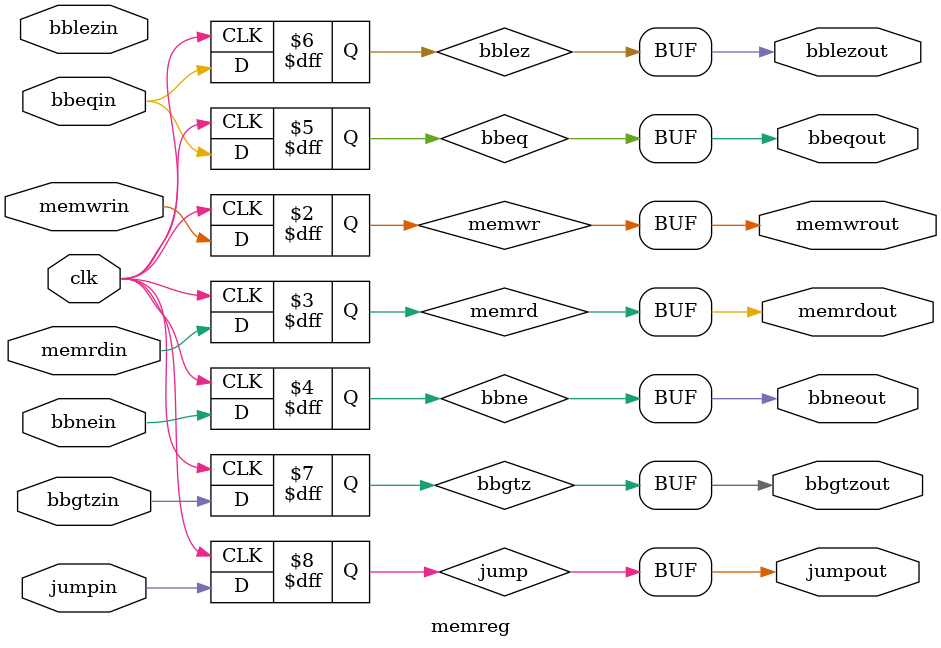
<source format=v>
/*
* File Name: memreg.v
* Function: This is a group of registers contain all control signals during
* MEMory access stage, namely MemWr, MemRd, BBne, BBeq, BBlez, BBgtz, Jump.
*/

module memreg ( input wire clk,
               input wire memwrin,
               input wire memrdin,
               input wire bbnein,
               input wire bbeqin,
               input wire bblezin,
               input wire bbgtzin,
               input wire jumpin,
               output wire memwrout,
               output wire memrdout,
               output wire bbneout,
               output wire bbeqout,
               output wire bblezout,
               output wire bbgtzout,
               output wire jumpout);

// internal registers
reg memwr, memrd, bbne, bbeq, bblez, bbgtz, jump;

// registers always output their contents
assign memwrout = memwr;
assign memrdout = memrd;
assign bbneout = bbne;
assign bbeqout = bbeq;
assign bblezout = bblez;
assign bbgtzout = bbgtz;
assign jumpout = jump;

// write data
always @(posedge clk) begin
    memwr <= memwrin;
    memrd <= memrdin;
    bbne <= bbnein;
    bbeq <= bbeqin;
    bblez <= bbeqin;
    bbgtz <= bbgtzin;
    jump <= jumpin;
end

endmodule

</source>
